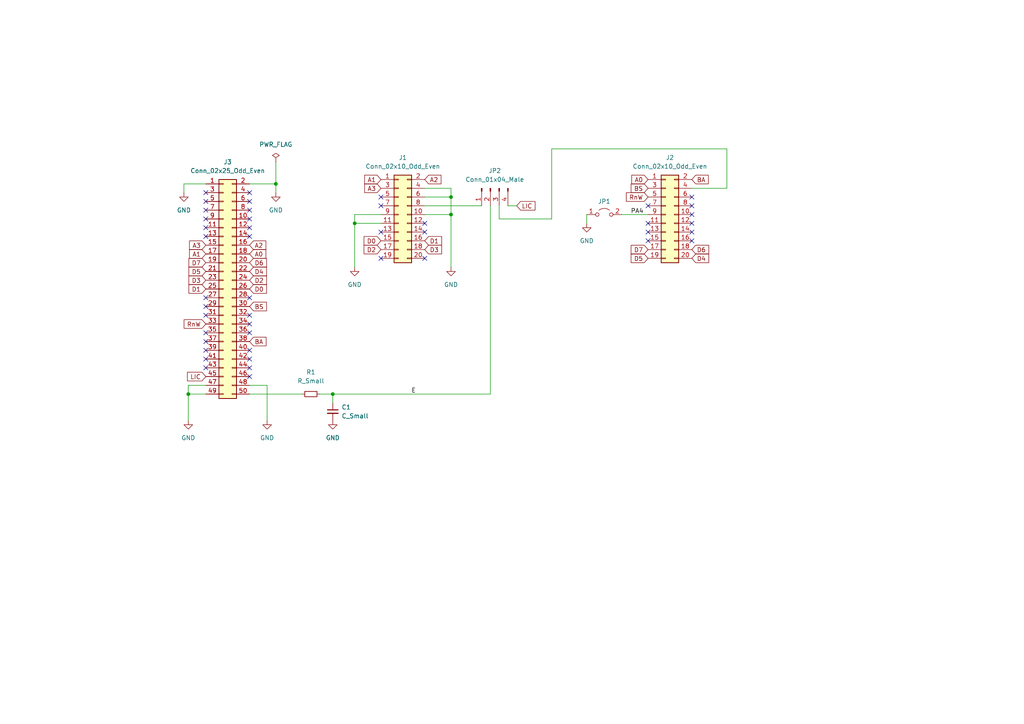
<source format=kicad_sch>
(kicad_sch (version 20211123) (generator eeschema)
  (paper "A4")
  (lib_symbols
    (symbol "Connector:Conn_01x04_Male" (pin_names (offset 1.016) hide)
      (property "Reference" "J" (at 0 5.08 0))
      (property "Value" "Conn_01x04_Male" (at 0 -7.62 0))
      (symbol "Conn_01x04_Male_1_1"
        (polyline (pts (xy 1.27 -5.08) (xy 0.8636 -5.08)) (stroke (width 0.1524)))
        (polyline (pts (xy 1.27 -2.54) (xy 0.8636 -2.54)) (stroke (width 0.1524)))
        (polyline (pts (xy 1.27 0) (xy 0.8636 0)) (stroke (width 0.1524)))
        (polyline (pts (xy 1.27 2.54) (xy 0.8636 2.54)) (stroke (width 0.1524)))
        (rectangle (start 0.8636 -4.953) (end 0 -5.207) (stroke (width 0.1524)) (fill (type outline)))
        (rectangle (start 0.8636 -2.413) (end 0 -2.667) (stroke (width 0.1524)) (fill (type outline)))
        (rectangle (start 0.8636 0.127) (end 0 -0.127) (stroke (width 0.1524)) (fill (type outline)))
        (rectangle (start 0.8636 2.667) (end 0 2.413) (stroke (width 0.1524)) (fill (type outline)))
        (pin passive line (at 5.08 2.54 180) (length 3.81) (name "Pin_1") (number "1"))
        (pin passive line (at 5.08 0 180) (length 3.81) (name "Pin_2") (number "2"))
        (pin passive line (at 5.08 -2.54 180) (length 3.81) (name "Pin_3") (number "3"))
        (pin passive line (at 5.08 -5.08 180) (length 3.81) (name "Pin_4") (number "4"))
      )
    )
    (symbol "Connector_Generic:Conn_02x10_Odd_Even" (pin_names (offset 1.016) hide)
      (property "Reference" "J" (at 1.27 12.7 0))
      (property "Value" "Conn_02x10_Odd_Even" (at 1.27 -15.24 0))
      (symbol "Conn_02x10_Odd_Even_1_1"
        (rectangle (start -1.27 -12.573) (end 0 -12.827) (stroke (width 0.1524)))
        (rectangle (start -1.27 -10.033) (end 0 -10.287) (stroke (width 0.1524)))
        (rectangle (start -1.27 -7.493) (end 0 -7.747) (stroke (width 0.1524)))
        (rectangle (start -1.27 -4.953) (end 0 -5.207) (stroke (width 0.1524)))
        (rectangle (start -1.27 -2.413) (end 0 -2.667) (stroke (width 0.1524)))
        (rectangle (start -1.27 0.127) (end 0 -0.127) (stroke (width 0.1524)))
        (rectangle (start -1.27 2.667) (end 0 2.413) (stroke (width 0.1524)))
        (rectangle (start -1.27 5.207) (end 0 4.953) (stroke (width 0.1524)))
        (rectangle (start -1.27 7.747) (end 0 7.493) (stroke (width 0.1524)))
        (rectangle (start -1.27 10.287) (end 0 10.033) (stroke (width 0.1524)))
        (rectangle (start -1.27 11.43) (end 3.81 -13.97) (stroke (width 0.254)) (fill (type background)))
        (rectangle (start 3.81 -12.573) (end 2.54 -12.827) (stroke (width 0.1524)))
        (rectangle (start 3.81 -10.033) (end 2.54 -10.287) (stroke (width 0.1524)))
        (rectangle (start 3.81 -7.493) (end 2.54 -7.747) (stroke (width 0.1524)))
        (rectangle (start 3.81 -4.953) (end 2.54 -5.207) (stroke (width 0.1524)))
        (rectangle (start 3.81 -2.413) (end 2.54 -2.667) (stroke (width 0.1524)))
        (rectangle (start 3.81 0.127) (end 2.54 -0.127) (stroke (width 0.1524)))
        (rectangle (start 3.81 2.667) (end 2.54 2.413) (stroke (width 0.1524)))
        (rectangle (start 3.81 5.207) (end 2.54 4.953) (stroke (width 0.1524)))
        (rectangle (start 3.81 7.747) (end 2.54 7.493) (stroke (width 0.1524)))
        (rectangle (start 3.81 10.287) (end 2.54 10.033) (stroke (width 0.1524)))
        (pin passive line (at -5.08 10.16 0) (length 3.81) (name "Pin_1") (number "1"))
        (pin passive line (at 7.62 0 180) (length 3.81) (name "Pin_10") (number "10"))
        (pin passive line (at -5.08 -2.54 0) (length 3.81) (name "Pin_11") (number "11"))
        (pin passive line (at 7.62 -2.54 180) (length 3.81) (name "Pin_12") (number "12"))
        (pin passive line (at -5.08 -5.08 0) (length 3.81) (name "Pin_13") (number "13"))
        (pin passive line (at 7.62 -5.08 180) (length 3.81) (name "Pin_14") (number "14"))
        (pin passive line (at -5.08 -7.62 0) (length 3.81) (name "Pin_15") (number "15"))
        (pin passive line (at 7.62 -7.62 180) (length 3.81) (name "Pin_16") (number "16"))
        (pin passive line (at -5.08 -10.16 0) (length 3.81) (name "Pin_17") (number "17"))
        (pin passive line (at 7.62 -10.16 180) (length 3.81) (name "Pin_18") (number "18"))
        (pin passive line (at -5.08 -12.7 0) (length 3.81) (name "Pin_19") (number "19"))
        (pin passive line (at 7.62 10.16 180) (length 3.81) (name "Pin_2") (number "2"))
        (pin passive line (at 7.62 -12.7 180) (length 3.81) (name "Pin_20") (number "20"))
        (pin passive line (at -5.08 7.62 0) (length 3.81) (name "Pin_3") (number "3"))
        (pin passive line (at 7.62 7.62 180) (length 3.81) (name "Pin_4") (number "4"))
        (pin passive line (at -5.08 5.08 0) (length 3.81) (name "Pin_5") (number "5"))
        (pin passive line (at 7.62 5.08 180) (length 3.81) (name "Pin_6") (number "6"))
        (pin passive line (at -5.08 2.54 0) (length 3.81) (name "Pin_7") (number "7"))
        (pin passive line (at 7.62 2.54 180) (length 3.81) (name "Pin_8") (number "8"))
        (pin passive line (at -5.08 0 0) (length 3.81) (name "Pin_9") (number "9"))
      )
    )
    (symbol "Connector_Generic:Conn_02x25_Odd_Even" (pin_names (offset 1.016) hide)
      (property "Reference" "J" (at 1.27 33.02 0))
      (property "Value" "Conn_02x25_Odd_Even" (at 1.27 -33.02 0))
      (symbol "Conn_02x25_Odd_Even_1_1"
        (rectangle (start -1.27 -30.353) (end 0 -30.607) (stroke (width 0.1524)))
        (rectangle (start -1.27 -27.813) (end 0 -28.067) (stroke (width 0.1524)))
        (rectangle (start -1.27 -25.273) (end 0 -25.527) (stroke (width 0.1524)))
        (rectangle (start -1.27 -22.733) (end 0 -22.987) (stroke (width 0.1524)))
        (rectangle (start -1.27 -20.193) (end 0 -20.447) (stroke (width 0.1524)))
        (rectangle (start -1.27 -17.653) (end 0 -17.907) (stroke (width 0.1524)))
        (rectangle (start -1.27 -15.113) (end 0 -15.367) (stroke (width 0.1524)))
        (rectangle (start -1.27 -12.573) (end 0 -12.827) (stroke (width 0.1524)))
        (rectangle (start -1.27 -10.033) (end 0 -10.287) (stroke (width 0.1524)))
        (rectangle (start -1.27 -7.493) (end 0 -7.747) (stroke (width 0.1524)))
        (rectangle (start -1.27 -4.953) (end 0 -5.207) (stroke (width 0.1524)))
        (rectangle (start -1.27 -2.413) (end 0 -2.667) (stroke (width 0.1524)))
        (rectangle (start -1.27 0.127) (end 0 -0.127) (stroke (width 0.1524)))
        (rectangle (start -1.27 2.667) (end 0 2.413) (stroke (width 0.1524)))
        (rectangle (start -1.27 5.207) (end 0 4.953) (stroke (width 0.1524)))
        (rectangle (start -1.27 7.747) (end 0 7.493) (stroke (width 0.1524)))
        (rectangle (start -1.27 10.287) (end 0 10.033) (stroke (width 0.1524)))
        (rectangle (start -1.27 12.827) (end 0 12.573) (stroke (width 0.1524)))
        (rectangle (start -1.27 15.367) (end 0 15.113) (stroke (width 0.1524)))
        (rectangle (start -1.27 17.907) (end 0 17.653) (stroke (width 0.1524)))
        (rectangle (start -1.27 20.447) (end 0 20.193) (stroke (width 0.1524)))
        (rectangle (start -1.27 22.987) (end 0 22.733) (stroke (width 0.1524)))
        (rectangle (start -1.27 25.527) (end 0 25.273) (stroke (width 0.1524)))
        (rectangle (start -1.27 28.067) (end 0 27.813) (stroke (width 0.1524)))
        (rectangle (start -1.27 30.607) (end 0 30.353) (stroke (width 0.1524)))
        (rectangle (start -1.27 31.75) (end 3.81 -31.75) (stroke (width 0.254)) (fill (type background)))
        (rectangle (start 3.81 -30.353) (end 2.54 -30.607) (stroke (width 0.1524)))
        (rectangle (start 3.81 -27.813) (end 2.54 -28.067) (stroke (width 0.1524)))
        (rectangle (start 3.81 -25.273) (end 2.54 -25.527) (stroke (width 0.1524)))
        (rectangle (start 3.81 -22.733) (end 2.54 -22.987) (stroke (width 0.1524)))
        (rectangle (start 3.81 -20.193) (end 2.54 -20.447) (stroke (width 0.1524)))
        (rectangle (start 3.81 -17.653) (end 2.54 -17.907) (stroke (width 0.1524)))
        (rectangle (start 3.81 -15.113) (end 2.54 -15.367) (stroke (width 0.1524)))
        (rectangle (start 3.81 -12.573) (end 2.54 -12.827) (stroke (width 0.1524)))
        (rectangle (start 3.81 -10.033) (end 2.54 -10.287) (stroke (width 0.1524)))
        (rectangle (start 3.81 -7.493) (end 2.54 -7.747) (stroke (width 0.1524)))
        (rectangle (start 3.81 -4.953) (end 2.54 -5.207) (stroke (width 0.1524)))
        (rectangle (start 3.81 -2.413) (end 2.54 -2.667) (stroke (width 0.1524)))
        (rectangle (start 3.81 0.127) (end 2.54 -0.127) (stroke (width 0.1524)))
        (rectangle (start 3.81 2.667) (end 2.54 2.413) (stroke (width 0.1524)))
        (rectangle (start 3.81 5.207) (end 2.54 4.953) (stroke (width 0.1524)))
        (rectangle (start 3.81 7.747) (end 2.54 7.493) (stroke (width 0.1524)))
        (rectangle (start 3.81 10.287) (end 2.54 10.033) (stroke (width 0.1524)))
        (rectangle (start 3.81 12.827) (end 2.54 12.573) (stroke (width 0.1524)))
        (rectangle (start 3.81 15.367) (end 2.54 15.113) (stroke (width 0.1524)))
        (rectangle (start 3.81 17.907) (end 2.54 17.653) (stroke (width 0.1524)))
        (rectangle (start 3.81 20.447) (end 2.54 20.193) (stroke (width 0.1524)))
        (rectangle (start 3.81 22.987) (end 2.54 22.733) (stroke (width 0.1524)))
        (rectangle (start 3.81 25.527) (end 2.54 25.273) (stroke (width 0.1524)))
        (rectangle (start 3.81 28.067) (end 2.54 27.813) (stroke (width 0.1524)))
        (rectangle (start 3.81 30.607) (end 2.54 30.353) (stroke (width 0.1524)))
        (pin passive line (at -5.08 30.48 0) (length 3.81) (name "Pin_1") (number "1"))
        (pin passive line (at 7.62 20.32 180) (length 3.81) (name "Pin_10") (number "10"))
        (pin passive line (at -5.08 17.78 0) (length 3.81) (name "Pin_11") (number "11"))
        (pin passive line (at 7.62 17.78 180) (length 3.81) (name "Pin_12") (number "12"))
        (pin passive line (at -5.08 15.24 0) (length 3.81) (name "Pin_13") (number "13"))
        (pin passive line (at 7.62 15.24 180) (length 3.81) (name "Pin_14") (number "14"))
        (pin passive line (at -5.08 12.7 0) (length 3.81) (name "Pin_15") (number "15"))
        (pin passive line (at 7.62 12.7 180) (length 3.81) (name "Pin_16") (number "16"))
        (pin passive line (at -5.08 10.16 0) (length 3.81) (name "Pin_17") (number "17"))
        (pin passive line (at 7.62 10.16 180) (length 3.81) (name "Pin_18") (number "18"))
        (pin passive line (at -5.08 7.62 0) (length 3.81) (name "Pin_19") (number "19"))
        (pin passive line (at 7.62 30.48 180) (length 3.81) (name "Pin_2") (number "2"))
        (pin passive line (at 7.62 7.62 180) (length 3.81) (name "Pin_20") (number "20"))
        (pin passive line (at -5.08 5.08 0) (length 3.81) (name "Pin_21") (number "21"))
        (pin passive line (at 7.62 5.08 180) (length 3.81) (name "Pin_22") (number "22"))
        (pin passive line (at -5.08 2.54 0) (length 3.81) (name "Pin_23") (number "23"))
        (pin passive line (at 7.62 2.54 180) (length 3.81) (name "Pin_24") (number "24"))
        (pin passive line (at -5.08 0 0) (length 3.81) (name "Pin_25") (number "25"))
        (pin passive line (at 7.62 0 180) (length 3.81) (name "Pin_26") (number "26"))
        (pin passive line (at -5.08 -2.54 0) (length 3.81) (name "Pin_27") (number "27"))
        (pin passive line (at 7.62 -2.54 180) (length 3.81) (name "Pin_28") (number "28"))
        (pin passive line (at -5.08 -5.08 0) (length 3.81) (name "Pin_29") (number "29"))
        (pin passive line (at -5.08 27.94 0) (length 3.81) (name "Pin_3") (number "3"))
        (pin passive line (at 7.62 -5.08 180) (length 3.81) (name "Pin_30") (number "30"))
        (pin passive line (at -5.08 -7.62 0) (length 3.81) (name "Pin_31") (number "31"))
        (pin passive line (at 7.62 -7.62 180) (length 3.81) (name "Pin_32") (number "32"))
        (pin passive line (at -5.08 -10.16 0) (length 3.81) (name "Pin_33") (number "33"))
        (pin passive line (at 7.62 -10.16 180) (length 3.81) (name "Pin_34") (number "34"))
        (pin passive line (at -5.08 -12.7 0) (length 3.81) (name "Pin_35") (number "35"))
        (pin passive line (at 7.62 -12.7 180) (length 3.81) (name "Pin_36") (number "36"))
        (pin passive line (at -5.08 -15.24 0) (length 3.81) (name "Pin_37") (number "37"))
        (pin passive line (at 7.62 -15.24 180) (length 3.81) (name "Pin_38") (number "38"))
        (pin passive line (at -5.08 -17.78 0) (length 3.81) (name "Pin_39") (number "39"))
        (pin passive line (at 7.62 27.94 180) (length 3.81) (name "Pin_4") (number "4"))
        (pin passive line (at 7.62 -17.78 180) (length 3.81) (name "Pin_40") (number "40"))
        (pin passive line (at -5.08 -20.32 0) (length 3.81) (name "Pin_41") (number "41"))
        (pin passive line (at 7.62 -20.32 180) (length 3.81) (name "Pin_42") (number "42"))
        (pin passive line (at -5.08 -22.86 0) (length 3.81) (name "Pin_43") (number "43"))
        (pin passive line (at 7.62 -22.86 180) (length 3.81) (name "Pin_44") (number "44"))
        (pin passive line (at -5.08 -25.4 0) (length 3.81) (name "Pin_45") (number "45"))
        (pin passive line (at 7.62 -25.4 180) (length 3.81) (name "Pin_46") (number "46"))
        (pin passive line (at -5.08 -27.94 0) (length 3.81) (name "Pin_47") (number "47"))
        (pin passive line (at 7.62 -27.94 180) (length 3.81) (name "Pin_48") (number "48"))
        (pin passive line (at -5.08 -30.48 0) (length 3.81) (name "Pin_49") (number "49"))
        (pin passive line (at -5.08 25.4 0) (length 3.81) (name "Pin_5") (number "5"))
        (pin passive line (at 7.62 -30.48 180) (length 3.81) (name "Pin_50") (number "50"))
        (pin passive line (at 7.62 25.4 180) (length 3.81) (name "Pin_6") (number "6"))
        (pin passive line (at -5.08 22.86 0) (length 3.81) (name "Pin_7") (number "7"))
        (pin passive line (at 7.62 22.86 180) (length 3.81) (name "Pin_8") (number "8"))
        (pin passive line (at -5.08 20.32 0) (length 3.81) (name "Pin_9") (number "9"))
      )
    )
    (symbol "Device:C_Small" (pin_numbers hide) (pin_names (offset 0.254) hide)
      (property "Reference" "C" (at 0.254 1.778 0))
      (property "Value" "C_Small" (at 0.254 -2.032 0))
      (symbol "C_Small_0_1"
        (polyline (pts (xy -1.524 -0.508) (xy 1.524 -0.508)) (stroke (width 0.3302)))
        (polyline (pts (xy -1.524 0.508) (xy 1.524 0.508)) (stroke (width 0.3048)))
      )
      (symbol "C_Small_1_1"
        (pin passive line (at 0 2.54 270) (length 2.032) (name "~") (number "1"))
        (pin passive line (at 0 -2.54 90) (length 2.032) (name "~") (number "2"))
      )
    )
    (symbol "Device:R_Small" (pin_numbers hide) (pin_names (offset 0.254) hide)
      (property "Reference" "R" (at 0.762 0.508 0))
      (property "Value" "R_Small" (at 0.762 -1.016 0))
      (symbol "R_Small_0_1"
        (rectangle (start -0.762 1.778) (end 0.762 -1.778) (stroke (width 0.2032)))
      )
      (symbol "R_Small_1_1"
        (pin passive line (at 0 2.54 270) (length 0.762) (name "~") (number "1"))
        (pin passive line (at 0 -2.54 90) (length 0.762) (name "~") (number "2"))
      )
    )
    (symbol "Jumper:Jumper_2_Open" (pin_names (offset 0) hide)
      (property "Reference" "JP" (at 0 2.794 0))
      (property "Value" "Jumper_2_Open" (at 0 -2.286 0))
      (symbol "Jumper_2_Open_0_0"
        (circle (center -2.032 0) (radius 0.508))
        (circle (center 2.032 0) (radius 0.508))
      )
      (symbol "Jumper_2_Open_0_1"
        (arc (start 1.524 1.27) (mid 0 1.778) (end -1.524 1.27))
      )
      (symbol "Jumper_2_Open_1_1"
        (pin passive line (at -5.08 0 0) (length 2.54) (name "A") (number "1"))
        (pin passive line (at 5.08 0 180) (length 2.54) (name "B") (number "2"))
      )
    )
    (symbol "power:GND" (power) (pin_names (offset 0))
      (property "Value" "GND" (at 0 -3.81 0))
      (symbol "GND_0_1"
        (polyline (pts (xy 0 0) (xy 0 -1.27) (xy 1.27 -1.27) (xy 0 -2.54) (xy -1.27 -1.27) (xy 0 -1.27)))
      )
      (symbol "GND_1_1"
        (pin power_in line (at 0 0 270) (length 0) hide (name "GND") (number "1"))
      )
    )
    (symbol "power:PWR_FLAG" (power) (pin_numbers hide) (pin_names (offset 0) hide)
      (property "Value" "PWR_FLAG" (at 0 3.81 0))
      (symbol "PWR_FLAG_0_0"
        (pin power_out line (at 0 0 90) (length 0) (name "pwr") (number "1"))
      )
      (symbol "PWR_FLAG_0_1"
        (polyline (pts (xy 0 0) (xy 0 1.27) (xy -1.016 1.905) (xy 0 2.54) (xy 1.016 1.905) (xy 0 1.27)))
      )
    )
  )
  (junction (at 130.81 57.15))
  (junction (at 102.87 64.77))
  (junction (at 80.01 53.34))
  (junction (at 130.81 62.23))
  (junction (at 96.52 114.3))
  (junction (at 54.61 114.3))
  (no_connect (at 200.66 69.85))
  (no_connect (at 72.39 68.58))
  (no_connect (at 200.66 64.77))
  (no_connect (at 200.66 57.15))
  (no_connect (at 59.69 101.6))
  (no_connect (at 59.69 96.52))
  (no_connect (at 72.39 109.22))
  (no_connect (at 59.69 106.68))
  (no_connect (at 187.96 69.85))
  (no_connect (at 187.96 67.31))
  (no_connect (at 200.66 59.69))
  (no_connect (at 110.49 67.31))
  (no_connect (at 72.39 104.14))
  (no_connect (at 59.69 88.9))
  (no_connect (at 110.49 59.69))
  (no_connect (at 110.49 57.15))
  (no_connect (at 123.19 74.93))
  (no_connect (at 123.19 67.31))
  (no_connect (at 123.19 64.77))
  (no_connect (at 72.39 60.96))
  (no_connect (at 72.39 91.44))
  (no_connect (at 72.39 93.98))
  (no_connect (at 72.39 63.5))
  (no_connect (at 59.69 66.04))
  (no_connect (at 72.39 66.04))
  (no_connect (at 187.96 64.77))
  (no_connect (at 200.66 67.31))
  (no_connect (at 59.69 58.42))
  (no_connect (at 59.69 68.58))
  (no_connect (at 72.39 55.88))
  (no_connect (at 59.69 91.44))
  (no_connect (at 59.69 60.96))
  (no_connect (at 72.39 58.42))
  (no_connect (at 59.69 86.36))
  (no_connect (at 59.69 63.5))
  (no_connect (at 59.69 55.88))
  (no_connect (at 72.39 101.6))
  (no_connect (at 72.39 86.36))
  (no_connect (at 59.69 99.06))
  (no_connect (at 72.39 96.52))
  (no_connect (at 72.39 106.68))
  (no_connect (at 187.96 59.69))
  (no_connect (at 200.66 62.23))
  (no_connect (at 59.69 104.14))
  (no_connect (at 110.49 74.93))
  (wire (pts (xy 210.82 43.18) (xy 210.82 54.61)))
  (wire (pts (xy 96.52 114.3) (xy 96.52 116.84)))
  (wire (pts (xy 147.32 59.69) (xy 149.86 59.69)))
  (wire (pts (xy 72.39 111.76) (xy 77.47 111.76)))
  (wire (pts (xy 123.19 54.61) (xy 130.81 54.61)))
  (wire (pts (xy 53.34 53.34) (xy 53.34 55.88)))
  (wire (pts (xy 144.78 59.69) (xy 144.78 63.5)))
  (wire (pts (xy 77.47 111.76) (xy 77.47 121.92)))
  (wire (pts (xy 170.18 62.23) (xy 170.18 64.77)))
  (wire (pts (xy 102.87 64.77) (xy 110.49 64.77)))
  (wire (pts (xy 80.01 53.34) (xy 80.01 55.88)))
  (wire (pts (xy 72.39 114.3) (xy 87.63 114.3)))
  (wire (pts (xy 102.87 64.77) (xy 102.87 77.47)))
  (wire (pts (xy 59.69 111.76) (xy 54.61 111.76)))
  (wire (pts (xy 144.78 63.5) (xy 160.02 63.5)))
  (wire (pts (xy 102.87 62.23) (xy 102.87 64.77)))
  (wire (pts (xy 180.34 62.23) (xy 187.96 62.23)))
  (wire (pts (xy 130.81 54.61) (xy 130.81 57.15)))
  (wire (pts (xy 142.24 59.69) (xy 142.24 114.3)))
  (wire (pts (xy 130.81 57.15) (xy 130.81 62.23)))
  (wire (pts (xy 92.71 114.3) (xy 96.52 114.3)))
  (wire (pts (xy 130.81 62.23) (xy 130.81 77.47)))
  (wire (pts (xy 59.69 53.34) (xy 53.34 53.34)))
  (wire (pts (xy 72.39 53.34) (xy 80.01 53.34)))
  (wire (pts (xy 123.19 57.15) (xy 130.81 57.15)))
  (wire (pts (xy 102.87 62.23) (xy 110.49 62.23)))
  (wire (pts (xy 54.61 114.3) (xy 59.69 114.3)))
  (wire (pts (xy 123.19 62.23) (xy 130.81 62.23)))
  (wire (pts (xy 160.02 63.5) (xy 160.02 43.18)))
  (wire (pts (xy 80.01 46.99) (xy 80.01 53.34)))
  (wire (pts (xy 54.61 114.3) (xy 54.61 121.92)))
  (wire (pts (xy 210.82 54.61) (xy 200.66 54.61)))
  (wire (pts (xy 54.61 111.76) (xy 54.61 114.3)))
  (wire (pts (xy 160.02 43.18) (xy 210.82 43.18)))
  (wire (pts (xy 96.52 114.3) (xy 142.24 114.3)))
  (wire (pts (xy 123.19 59.69) (xy 139.7 59.69)))
  (label "E" (at 120.65 114.3 180))
  (label "PA4" (at 186.69 62.23 180))
  (global_label "D3" (shape input) (at 59.69 81.28 180) (property "Intersheet References" "${INTERSHEET_REFS}" (effects hide)))
  (global_label "BS" (shape input) (at 72.39 88.9 0) (property "Intersheet References" "${INTERSHEET_REFS}" (effects hide)))
  (global_label "A1" (shape input) (at 110.49 52.07 180) (property "Intersheet References" "${INTERSHEET_REFS}" (effects hide)))
  (global_label "A3" (shape input) (at 110.49 54.61 180) (property "Intersheet References" "${INTERSHEET_REFS}" (effects hide)))
  (global_label "D0" (shape input) (at 72.39 83.82 0) (property "Intersheet References" "${INTERSHEET_REFS}" (effects hide)))
  (global_label "D1" (shape input) (at 123.19 69.85 0) (property "Intersheet References" "${INTERSHEET_REFS}" (effects hide)))
  (global_label "A2" (shape input) (at 72.39 71.12 0) (property "Intersheet References" "${INTERSHEET_REFS}" (effects hide)))
  (global_label "RnW" (shape input) (at 187.96 57.15 180) (property "Intersheet References" "${INTERSHEET_REFS}" (effects hide)))
  (global_label "BA" (shape input) (at 72.39 99.06 0) (property "Intersheet References" "${INTERSHEET_REFS}" (effects hide)))
  (global_label "BS" (shape input) (at 187.96 54.61 180) (property "Intersheet References" "${INTERSHEET_REFS}" (effects hide)))
  (global_label "LIC" (shape input) (at 149.86 59.69 0) (property "Intersheet References" "${INTERSHEET_REFS}" (effects hide)))
  (global_label "RnW" (shape input) (at 59.69 93.98 180) (property "Intersheet References" "${INTERSHEET_REFS}" (effects hide)))
  (global_label "D6" (shape input) (at 72.39 76.2 0) (property "Intersheet References" "${INTERSHEET_REFS}" (effects hide)))
  (global_label "D7" (shape input) (at 59.69 76.2 180) (property "Intersheet References" "${INTERSHEET_REFS}" (effects hide)))
  (global_label "LIC" (shape input) (at 59.69 109.22 180) (property "Intersheet References" "${INTERSHEET_REFS}" (effects hide)))
  (global_label "D4" (shape input) (at 200.66 74.93 0) (property "Intersheet References" "${INTERSHEET_REFS}" (effects hide)))
  (global_label "A2" (shape input) (at 123.19 52.07 0) (property "Intersheet References" "${INTERSHEET_REFS}" (effects hide)))
  (global_label "A0" (shape input) (at 72.39 73.66 0) (property "Intersheet References" "${INTERSHEET_REFS}" (effects hide)))
  (global_label "D3" (shape input) (at 123.19 72.39 0) (property "Intersheet References" "${INTERSHEET_REFS}" (effects hide)))
  (global_label "A3" (shape input) (at 59.69 71.12 180) (property "Intersheet References" "${INTERSHEET_REFS}" (effects hide)))
  (global_label "A1" (shape input) (at 59.69 73.66 180) (property "Intersheet References" "${INTERSHEET_REFS}" (effects hide)))
  (global_label "D1" (shape input) (at 59.69 83.82 180) (property "Intersheet References" "${INTERSHEET_REFS}" (effects hide)))
  (global_label "D5" (shape input) (at 59.69 78.74 180) (property "Intersheet References" "${INTERSHEET_REFS}" (effects hide)))
  (global_label "D5" (shape input) (at 187.96 74.93 180) (property "Intersheet References" "${INTERSHEET_REFS}" (effects hide)))
  (global_label "A0" (shape input) (at 187.96 52.07 180) (property "Intersheet References" "${INTERSHEET_REFS}" (effects hide)))
  (global_label "D4" (shape input) (at 72.39 78.74 0) (property "Intersheet References" "${INTERSHEET_REFS}" (effects hide)))
  (global_label "D0" (shape input) (at 110.49 69.85 180) (property "Intersheet References" "${INTERSHEET_REFS}" (effects hide)))
  (global_label "D2" (shape input) (at 72.39 81.28 0) (property "Intersheet References" "${INTERSHEET_REFS}" (effects hide)))
  (global_label "D7" (shape input) (at 187.96 72.39 180) (property "Intersheet References" "${INTERSHEET_REFS}" (effects hide)))
  (global_label "D6" (shape input) (at 200.66 72.39 0) (property "Intersheet References" "${INTERSHEET_REFS}" (effects hide)))
  (global_label "BA" (shape input) (at 200.66 52.07 0) (property "Intersheet References" "${INTERSHEET_REFS}" (effects hide)))
  (global_label "D2" (shape input) (at 110.49 72.39 180) (property "Intersheet References" "${INTERSHEET_REFS}" (effects hide)))
  (symbol (lib_id "power:GND") (at 96.52 121.92 0) (mirror y) (unit 1)
    (property "Reference" "#PWR05" (effects hide))
    (property "Value" "GND" (at 96.52 127 0))
  )
  (symbol (lib_id "power:GND") (at 80.01 55.88 0) (unit 1)
    (property "Reference" "#PWR04" (effects hide))
    (property "Value" "GND" (at 80.01 60.96 0))
  )
  (symbol (lib_id "power:GND") (at 130.81 77.47 0) (unit 1)
    (property "Reference" "#PWR07" (effects hide))
    (property "Value" "GND" (at 130.81 82.55 0))
  )
  (symbol (lib_id "power:GND") (at 77.47 121.92 0) (mirror y) (unit 1)
    (property "Reference" "#PWR03" (effects hide))
    (property "Value" "GND" (at 77.47 127 0))
  )
  (symbol (lib_id "Connector_Generic:Conn_02x10_Odd_Even") (at 193.04 62.23 0) (unit 1)
    (property "Reference" "J2" (at 194.31 45.72 0))
    (property "Value" "Conn_02x10_Odd_Even" (at 194.31 48.26 0))
    (property "Footprint" "Connector_PinSocket_2.54mm:PinSocket_2x10_P2.54mm_Vertical" (effects hide))
  )
  (symbol (lib_id "power:GND") (at 53.34 55.88 0) (unit 1)
    (property "Reference" "#PWR01" (effects hide))
    (property "Value" "GND" (at 53.34 60.96 0))
  )
  (symbol (lib_id "Connector_Generic:Conn_02x10_Odd_Even") (at 115.57 62.23 0) (unit 1)
    (property "Reference" "J1" (at 116.84 45.72 0))
    (property "Value" "Conn_02x10_Odd_Even" (at 116.84 48.26 0))
    (property "Footprint" "Connector_PinSocket_2.54mm:PinSocket_2x10_P2.54mm_Vertical" (effects hide))
  )
  (symbol (lib_id "Device:C_Small") (at 96.52 119.38 0) (unit 1)
    (property "Reference" "C1" (at 99.06 118.1162 0) (effects (justify left)))
    (property "Value" "C_Small" (at 99.06 120.6562 0) (effects (justify left)))
    (property "Footprint" "Capacitor_THT:C_Disc_D4.7mm_W2.5mm_P5.00mm" (effects hide))
  )
  (symbol (lib_id "power:GND") (at 54.61 121.92 0) (unit 1)
    (property "Reference" "#PWR02" (effects hide))
    (property "Value" "GND" (at 54.61 127 0))
  )
  (symbol (lib_id "power:GND") (at 170.18 64.77 0) (unit 1)
    (property "Reference" "#PWR08" (effects hide))
    (property "Value" "GND" (at 170.18 69.85 0))
  )
  (symbol (lib_id "power:PWR_FLAG") (at 80.01 46.99 0) (unit 1)
    (property "Reference" "#FLG0101" (effects hide))
    (property "Value" "PWR_FLAG" (at 80.01 41.91 0))
  )
  (symbol (lib_id "Connector:Conn_01x04_Male") (at 142.24 54.61 90) (mirror x) (unit 1)
    (property "Reference" "JP2" (at 143.51 49.53 90))
    (property "Value" "Conn_01x04_Male" (at 143.51 52.07 90))
    (property "Footprint" "Connector_PinHeader_2.54mm:PinHeader_1x04_P2.54mm_Vertical" (effects hide))
  )
  (symbol (lib_id "Device:R_Small") (at 90.17 114.3 90) (unit 1)
    (property "Reference" "R1" (at 90.17 107.95 90))
    (property "Value" "R_Small" (at 90.17 110.49 90))
    (property "Footprint" "Resistor_THT:R_Axial_DIN0207_L6.3mm_D2.5mm_P10.16mm_Horizontal" (effects hide))
  )
  (symbol (lib_id "Connector_Generic:Conn_02x25_Odd_Even") (at 64.77 83.82 0) (unit 1)
    (property "Reference" "J3" (at 66.04 46.99 0))
    (property "Value" "Conn_02x25_Odd_Even" (at 66.04 49.53 0))
    (property "Footprint" "Connector_PinSocket_2.54mm:PinSocket_2x25_P2.54mm_Horizontal" (effects hide))
  )
  (symbol (lib_id "Jumper:Jumper_2_Open") (at 175.26 62.23 0) (unit 1)
    (property "Reference" "JP1" (at 175.26 58.42 0))
    (property "Value" "Jumper_2_Open" (effects hide))
    (property "Footprint" "Connector_PinHeader_2.54mm:PinHeader_1x02_P2.54mm_Vertical" (effects hide))
  )
  (symbol (lib_id "power:GND") (at 102.87 77.47 0) (unit 1)
    (property "Reference" "#PWR06" (effects hide))
    (property "Value" "GND" (at 102.87 82.55 0))
  )
)
</source>
